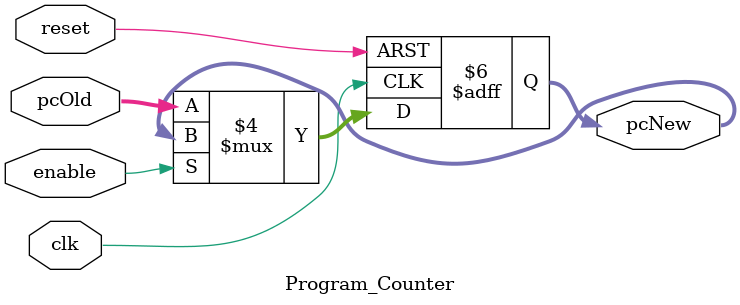
<source format=v>
module Program_Counter #(
    parameter WIDTH = 32
) (
    output reg  [WIDTH-1:0] pcNew, 
    input  wire [WIDTH-1:0] pcOld,
    input  wire             clk,
    input  wire             reset,
    input  wire             enable
);

always @ (posedge clk or negedge reset)
    begin 
        if (!reset)
            begin 
                pcNew <= { (WIDTH) {1'b0} };
            end
        else if(!enable)
            begin
                pcNew <= pcOld; 
            end  
    end 
    
endmodule
</source>
